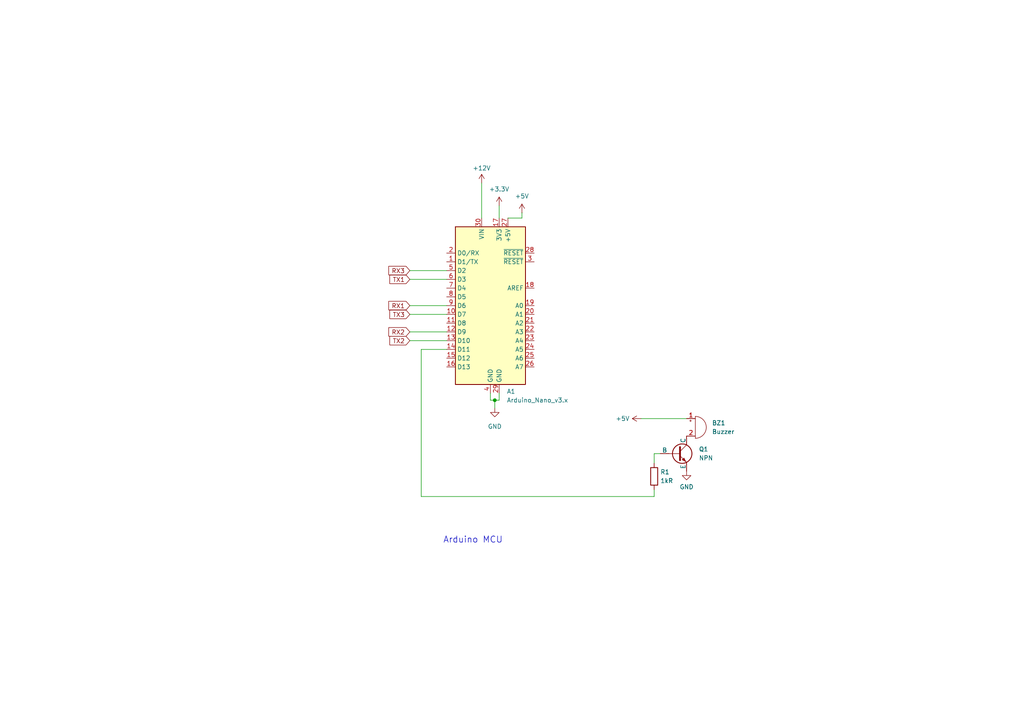
<source format=kicad_sch>
(kicad_sch (version 20231120) (generator "eeschema") (generator_version "8.0")
  (paper "A4")
  (title_block (title "QN001-MCU") (company "ZLL"))
  (lib_symbols
    (symbol "+5V_1" (power) (pin_numbers hide) (pin_names (offset 0) hide)
      (property "Value" "+5V" (at 0 3.556 0))
      (symbol "+5V_1_0_1"
        (polyline (pts (xy -0.762 1.27) (xy 0 2.54)))
        (polyline (pts (xy 0 0) (xy 0 2.54)))
        (polyline (pts (xy 0 2.54) (xy 0.762 1.27)))
      )
      (symbol "+5V_1_1_1"
        (pin power_in line (at 0 0 90) (length 0) (name "~") (number "1"))
      )
    )
    (symbol "Device:Buzzer" (pin_names (offset 0.0254) hide)
      (property "Reference" "BZ" (at 3.81 1.27 0))
      (property "Value" "Buzzer" (at 3.81 -1.27 0))
      (symbol "Buzzer_0_1"
        (arc (start 0 -3.175) (mid 3.1612 0) (end 0 3.175))
        (polyline (pts (xy -1.651 1.905) (xy -1.143 1.905)))
        (polyline (pts (xy -1.397 2.159) (xy -1.397 1.651)))
        (polyline (pts (xy 0 3.175) (xy 0 -3.175)))
      )
      (symbol "Buzzer_1_1"
        (pin passive line (at -2.54 2.54 0) (length 2.54) (name "-") (number "1"))
        (pin passive line (at -2.54 -2.54 0) (length 2.54) (name "+") (number "2"))
      )
    )
    (symbol "Device:R" (pin_numbers hide) (pin_names (offset 0))
      (property "Reference" "R" (at 2.032 0 90))
      (property "Value" "R" (at 0 0 90))
      (symbol "R_0_1"
        (rectangle (start -1.016 -2.54) (end 1.016 2.54) (stroke (width 0.254)))
      )
      (symbol "R_1_1"
        (pin passive line (at 0 3.81 270) (length 1.27) (name "~") (number "1"))
        (pin passive line (at 0 -3.81 90) (length 1.27) (name "~") (number "2"))
      )
    )
    (symbol "MCU_Module:Arduino_Nano_v3.x"
      (property "Reference" "A" (at -10.16 23.495 0))
      (property "Value" "Arduino_Nano_v3.x" (at 5.08 -24.13 0))
      (symbol "Arduino_Nano_v3.x_0_1"
        (rectangle (start -10.16 22.86) (end 10.16 -22.86) (stroke (width 0.254)) (fill (type background)))
      )
      (symbol "Arduino_Nano_v3.x_1_1"
        (pin bidirectional line (at -12.7 12.7 0) (length 2.54) (name "D1/TX") (number "1"))
        (pin bidirectional line (at -12.7 -2.54 0) (length 2.54) (name "D7") (number "10"))
        (pin bidirectional line (at -12.7 -5.08 0) (length 2.54) (name "D8") (number "11"))
        (pin bidirectional line (at -12.7 -7.62 0) (length 2.54) (name "D9") (number "12"))
        (pin bidirectional line (at -12.7 -10.16 0) (length 2.54) (name "D10") (number "13"))
        (pin bidirectional line (at -12.7 -12.7 0) (length 2.54) (name "D11") (number "14"))
        (pin bidirectional line (at -12.7 -15.24 0) (length 2.54) (name "D12") (number "15"))
        (pin bidirectional line (at -12.7 -17.78 0) (length 2.54) (name "D13") (number "16"))
        (pin power_out line (at 2.54 25.4 270) (length 2.54) (name "3V3") (number "17"))
        (pin input line (at 12.7 5.08 180) (length 2.54) (name "AREF") (number "18"))
        (pin bidirectional line (at 12.7 0 180) (length 2.54) (name "A0") (number "19"))
        (pin bidirectional line (at -12.7 15.24 0) (length 2.54) (name "D0/RX") (number "2"))
        (pin bidirectional line (at 12.7 -2.54 180) (length 2.54) (name "A1") (number "20"))
        (pin bidirectional line (at 12.7 -5.08 180) (length 2.54) (name "A2") (number "21"))
        (pin bidirectional line (at 12.7 -7.62 180) (length 2.54) (name "A3") (number "22"))
        (pin bidirectional line (at 12.7 -10.16 180) (length 2.54) (name "A4") (number "23"))
        (pin bidirectional line (at 12.7 -12.7 180) (length 2.54) (name "A5") (number "24"))
        (pin bidirectional line (at 12.7 -15.24 180) (length 2.54) (name "A6") (number "25"))
        (pin bidirectional line (at 12.7 -17.78 180) (length 2.54) (name "A7") (number "26"))
        (pin power_out line (at 5.08 25.4 270) (length 2.54) (name "+5V") (number "27"))
        (pin input line (at 12.7 15.24 180) (length 2.54) (name "~{RESET}") (number "28"))
        (pin power_in line (at 2.54 -25.4 90) (length 2.54) (name "GND") (number "29"))
        (pin input line (at 12.7 12.7 180) (length 2.54) (name "~{RESET}") (number "3"))
        (pin power_in line (at -2.54 25.4 270) (length 2.54) (name "VIN") (number "30"))
        (pin power_in line (at 0 -25.4 90) (length 2.54) (name "GND") (number "4"))
        (pin bidirectional line (at -12.7 10.16 0) (length 2.54) (name "D2") (number "5"))
        (pin bidirectional line (at -12.7 7.62 0) (length 2.54) (name "D3") (number "6"))
        (pin bidirectional line (at -12.7 5.08 0) (length 2.54) (name "D4") (number "7"))
        (pin bidirectional line (at -12.7 2.54 0) (length 2.54) (name "D5") (number "8"))
        (pin bidirectional line (at -12.7 0 0) (length 2.54) (name "D6") (number "9"))
      )
    )
    (symbol "Simulation_SPICE:NPN" (pin_numbers hide) (pin_names (offset 0))
      (property "Reference" "Q" (at -2.54 7.62 0))
      (property "Value" "NPN" (at -2.54 5.08 0))
      (symbol "NPN_0_1"
        (polyline (pts (xy -2.54 0) (xy 0.635 0)) (stroke (width 0.1524)))
        (polyline (pts (xy 0.635 0.635) (xy 2.54 2.54)))
        (polyline (pts (xy 2.794 -1.27) (xy 2.794 -1.27)) (stroke (width 0.1524)))
        (polyline (pts (xy 2.794 -1.27) (xy 2.794 -1.27)) (stroke (width 0.1524)))
        (polyline (pts (xy 0.635 -0.635) (xy 2.54 -2.54) (xy 2.54 -2.54)))
        (polyline (pts (xy 0.635 1.905) (xy 0.635 -1.905) (xy 0.635 -1.905)) (stroke (width 0.508)))
        (polyline (pts (xy 1.27 -1.778) (xy 1.778 -1.27) (xy 2.286 -2.286) (xy 1.27 -1.778) (xy 1.27 -1.778)) (fill (type outline)))
        (circle (center 1.27 0) (radius 2.8194) (stroke (width 0.254)))
      )
      (symbol "NPN_1_1"
        (pin open_collector line (at 2.54 5.08 270) (length 2.54) (name "C") (number "1"))
        (pin input line (at -5.08 0 0) (length 2.54) (name "B") (number "2"))
        (pin open_emitter line (at 2.54 -5.08 90) (length 2.54) (name "E") (number "3"))
      )
    )
    (symbol "power:+12V" (power) (pin_names (offset 0))
      (property "Value" "+12V" (at 0 3.556 0))
      (symbol "+12V_0_1"
        (polyline (pts (xy -0.762 1.27) (xy 0 2.54)))
        (polyline (pts (xy 0 0) (xy 0 2.54)))
        (polyline (pts (xy 0 2.54) (xy 0.762 1.27)))
      )
      (symbol "+12V_1_1"
        (pin power_in line (at 0 0 90) (length 0) hide (name "+12V") (number "1"))
      )
    )
    (symbol "power:+3.3V" (power) (pin_names (offset 0))
      (property "Value" "+3.3V" (at 0 3.556 0))
      (symbol "+3.3V_0_1"
        (polyline (pts (xy -0.762 1.27) (xy 0 2.54)))
        (polyline (pts (xy 0 0) (xy 0 2.54)))
        (polyline (pts (xy 0 2.54) (xy 0.762 1.27)))
      )
      (symbol "+3.3V_1_1"
        (pin power_in line (at 0 0 90) (length 0) hide (name "+3.3V") (number "1"))
      )
    )
    (symbol "power:+5V" (power) (pin_names (offset 0))
      (property "Value" "+5V" (at 0 3.556 0))
      (symbol "+5V_0_1"
        (polyline (pts (xy -0.762 1.27) (xy 0 2.54)))
        (polyline (pts (xy 0 0) (xy 0 2.54)))
        (polyline (pts (xy 0 2.54) (xy 0.762 1.27)))
      )
      (symbol "+5V_1_1"
        (pin power_in line (at 0 0 90) (length 0) hide (name "+5V") (number "1"))
      )
    )
    (symbol "power:GND" (power) (pin_names (offset 0))
      (property "Value" "GND" (at 0 -3.81 0))
      (symbol "GND_0_1"
        (polyline (pts (xy 0 0) (xy 0 -1.27) (xy 1.27 -1.27) (xy 0 -2.54) (xy -1.27 -1.27) (xy 0 -1.27)))
      )
      (symbol "GND_1_1"
        (pin power_in line (at 0 0 270) (length 0) hide (name "GND") (number "1"))
      )
    )
  )
  (junction (at 143.51 116.078))
  (wire (pts (xy 118.872 98.806) (xy 129.54 98.806)))
  (wire (pts (xy 118.872 78.486) (xy 129.54 78.486)))
  (wire (pts (xy 118.872 81.026) (xy 129.54 81.026)))
  (wire (pts (xy 143.51 116.078) (xy 144.78 116.078)))
  (wire (pts (xy 189.738 141.986) (xy 189.738 144.018)))
  (wire (pts (xy 189.738 131.572) (xy 189.738 134.366)))
  (wire (pts (xy 122.174 101.346) (xy 129.54 101.346)))
  (wire (pts (xy 191.516 131.572) (xy 189.738 131.572)))
  (wire (pts (xy 151.384 61.722) (xy 151.384 63.246)))
  (wire (pts (xy 144.78 116.078) (xy 144.78 114.046)))
  (wire (pts (xy 118.872 96.266) (xy 129.54 96.266)))
  (wire (pts (xy 129.54 88.646) (xy 118.872 88.646)))
  (wire (pts (xy 189.738 144.018) (xy 122.174 144.018)))
  (wire (pts (xy 151.384 63.246) (xy 147.32 63.246)))
  (wire (pts (xy 144.78 59.69) (xy 144.78 63.246)))
  (wire (pts (xy 143.51 116.078) (xy 143.51 118.364)))
  (wire (pts (xy 118.872 91.186) (xy 129.54 91.186)))
  (wire (pts (xy 122.174 144.018) (xy 122.174 101.346)))
  (wire (pts (xy 142.24 114.046) (xy 142.24 116.078)))
  (wire (pts (xy 142.24 116.078) (xy 143.51 116.078)))
  (wire (pts (xy 139.7 53.086) (xy 139.7 63.246)))
  (wire (pts (xy 185.928 121.412) (xy 199.136 121.412)))
  (text "Arduino MCU\n" (at 128.524 157.734 0) (effects (font (size 1.8 1.8)) (justify left bottom)))
  (global_label "TX3" (shape input) (at 118.872 91.186 180) (property "Intersheetrefs" "${INTERSHEET_REFS}" (effects (hide yes))))
  (global_label "RX2" (shape input) (at 118.872 96.266 180) (property "Intersheetrefs" "${INTERSHEET_REFS}" (effects (hide yes))))
  (global_label "RX1" (shape input) (at 118.872 88.646 180) (property "Intersheetrefs" "${INTERSHEET_REFS}" (effects (hide yes))))
  (global_label "TX2" (shape input) (at 118.872 98.806 180) (property "Intersheetrefs" "${INTERSHEET_REFS}" (effects (hide yes))))
  (global_label "RX3" (shape input) (at 118.872 78.486 180) (property "Intersheetrefs" "${INTERSHEET_REFS}" (effects (hide yes))))
  (global_label "TX1" (shape input) (at 118.872 81.026 180) (property "Intersheetrefs" "${INTERSHEET_REFS}" (effects (hide yes))))
  (symbol (lib_id "Simulation_SPICE:NPN") (at 196.596 131.572 0) (unit 1)
    (property "Reference" "Q1" (at 202.692 130.302 0) (effects (justify left)))
    (property "Value" "NPN" (at 202.692 132.842 0) (effects (justify left)))
    (property "Footprint" "Package_TO_SOT_THT:TO-92_Inline" (effects (hide yes)))
    (property "Sim.Device" "NPN" (effects (hide yes)))
    (property "Sim.Type" "GUMMELPOON" (effects (hide yes)))
    (property "Sim.Pins" "1=C 2=B 3=E" (effects (hide yes)))
  )
  (symbol (lib_id "MCU_Module:Arduino_Nano_v3.x") (at 142.24 88.646 0) (unit 1)
    (property "Reference" "A1" (at 146.9741 113.538 0) (effects (justify left)))
    (property "Value" "Arduino_Nano_v3.x" (at 146.9741 116.078 0) (effects (justify left)))
    (property "Footprint" "Module:Arduino_Nano" (effects (hide yes)))
    (property "Datasheet" "http://www.mouser.com/pdfdocs/Gravitech_Arduino_Nano3_0.pdf" (effects (hide yes)))
  )
  (symbol (lib_id "power:GND") (at 199.136 136.652 0) (unit 1)
    (property "Reference" "#PWR05" (effects (hide yes)))
    (property "Value" "GND" (at 199.136 141.224 0))
  )
  (symbol (lib_id "power:+5V") (at 185.928 121.412 90) (unit 1)
    (property "Reference" "#PWR04" (effects (hide yes)))
    (property "Value" "+5V" (at 182.626 121.412 90) (effects (justify left)))
  )
  (symbol (lib_name "+5V_1") (lib_id "power:+5V") (at 151.384 61.722 0) (unit 1)
    (property "Reference" "#PWR06" (effects (hide yes)))
    (property "Value" "+5V" (at 151.384 56.896 0))
    (property "Description" "Power symbol creates a global label with name \"+5V\"" (effects (hide yes)))
  )
  (symbol (lib_id "power:+12V") (at 139.7 53.086 0) (unit 1)
    (property "Reference" "#PWR01" (effects (hide yes)))
    (property "Value" "+12V" (at 139.7 48.768 0))
  )
  (symbol (lib_id "Device:Buzzer") (at 201.676 123.952 0) (unit 1)
    (property "Reference" "BZ1" (at 206.502 122.682 0) (effects (justify left)))
    (property "Value" "Buzzer" (at 206.502 125.222 0) (effects (justify left)))
    (property "Footprint" "Buzzer_Beeper:Buzzer_15x7.5RM7.6" (effects (hide yes)))
  )
  (symbol (lib_id "power:+3.3V") (at 144.78 59.69 0) (unit 1)
    (property "Reference" "#PWR03" (effects (hide yes)))
    (property "Value" "+3.3V" (at 144.78 54.864 0))
  )
  (symbol (lib_id "Device:R") (at 189.738 138.176 0) (unit 1)
    (property "Reference" "R1" (at 191.516 136.906 0) (effects (justify left)))
    (property "Value" "1kR" (at 191.516 139.446 0) (effects (justify left)))
    (property "Footprint" "Resistor_THT:R_Axial_DIN0414_L11.9mm_D4.5mm_P20.32mm_Horizontal" (effects (hide yes)))
  )
  (symbol (lib_id "power:GND") (at 143.51 118.364 0) (unit 1)
    (property "Reference" "#PWR02" (effects (hide yes)))
    (property "Value" "GND" (at 143.51 123.698 0))
  )
)
</source>
